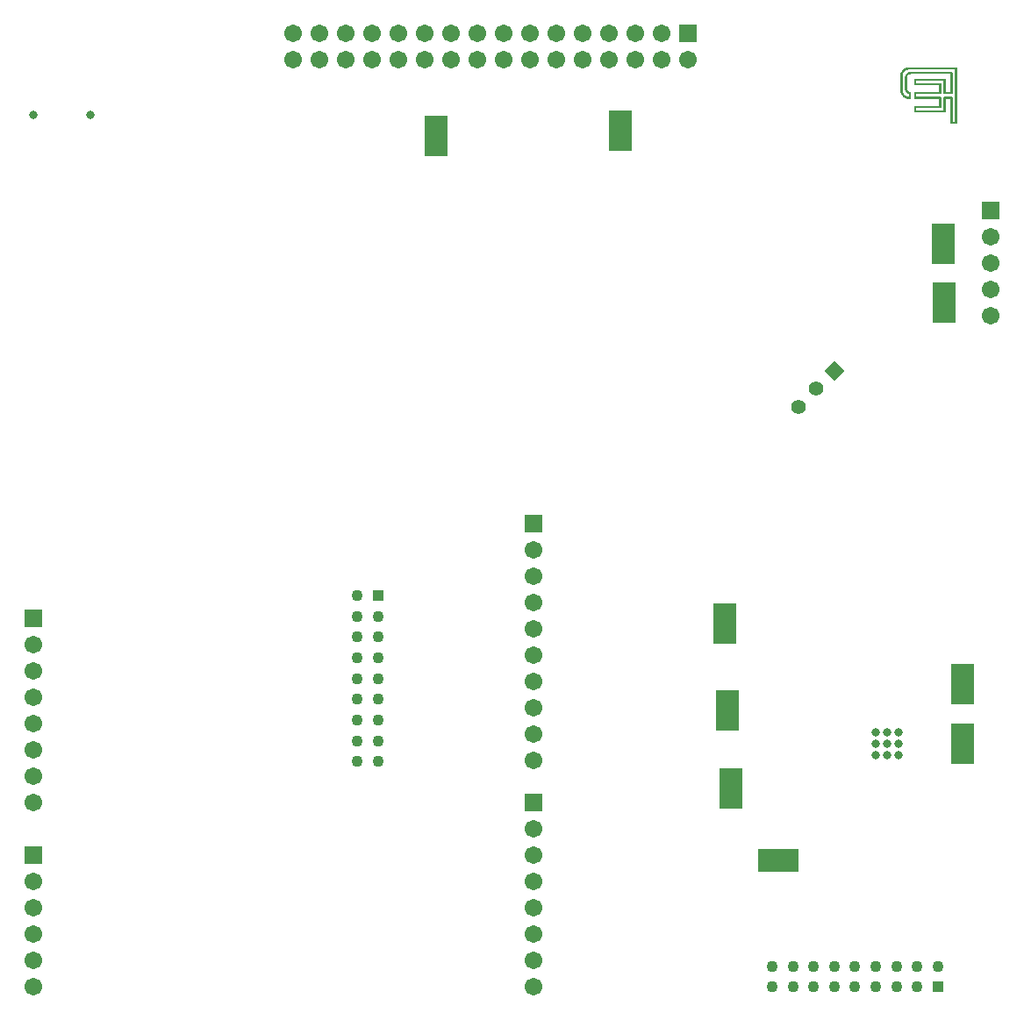
<source format=gbs>
G04*
G04 #@! TF.GenerationSoftware,Altium Limited,Altium Designer,19.1.6 (110)*
G04*
G04 Layer_Color=16711935*
%FSLAX25Y25*%
%MOIN*%
G70*
G01*
G75*
%ADD55R,0.08792X0.15761*%
%ADD60C,0.06706*%
%ADD61R,0.06706X0.06706*%
%ADD62R,0.04343X0.04343*%
%ADD63C,0.04343*%
%ADD64R,0.04343X0.04343*%
%ADD65P,0.07813X4X90.0*%
%ADD66C,0.05524*%
%ADD67R,0.06706X0.06706*%
%ADD68C,0.03162*%
%ADD69C,0.03200*%
%ADD86C,0.00056*%
%ADD87R,0.15761X0.08792*%
D55*
X54500Y-29000D02*
D03*
X124500Y-27000D02*
D03*
X247000Y-70000D02*
D03*
X247500Y-92500D02*
D03*
X164000Y-214500D02*
D03*
X165000Y-247500D02*
D03*
X166500Y-277000D02*
D03*
X254500Y-237500D02*
D03*
Y-260000D02*
D03*
D60*
X91299Y-196500D02*
D03*
Y-266500D02*
D03*
Y-256500D02*
D03*
Y-246500D02*
D03*
Y-236500D02*
D03*
Y-226500D02*
D03*
Y-216500D02*
D03*
Y-206500D02*
D03*
Y-186500D02*
D03*
Y-292500D02*
D03*
Y-302500D02*
D03*
Y-312500D02*
D03*
Y-322500D02*
D03*
Y-332500D02*
D03*
Y-342500D02*
D03*
Y-352500D02*
D03*
X-98701Y-222500D02*
D03*
Y-232500D02*
D03*
Y-242500D02*
D03*
Y-252500D02*
D03*
Y-262500D02*
D03*
Y-272500D02*
D03*
Y-282500D02*
D03*
Y-312500D02*
D03*
Y-322500D02*
D03*
Y-332500D02*
D03*
Y-342500D02*
D03*
Y-352500D02*
D03*
X265000Y-97500D02*
D03*
Y-87500D02*
D03*
Y-77500D02*
D03*
Y-67500D02*
D03*
X150000Y-0D02*
D03*
X140000Y10000D02*
D03*
Y-0D02*
D03*
X130000Y10000D02*
D03*
Y-0D02*
D03*
X120000Y10000D02*
D03*
Y0D02*
D03*
X110000Y10000D02*
D03*
Y-0D02*
D03*
X100000Y10000D02*
D03*
Y-0D02*
D03*
X90000Y10000D02*
D03*
Y0D02*
D03*
X80000Y10000D02*
D03*
X80000Y-0D02*
D03*
X70000Y10000D02*
D03*
Y-0D02*
D03*
X60000Y10000D02*
D03*
Y-0D02*
D03*
X50000Y10000D02*
D03*
Y-0D02*
D03*
X40000Y10000D02*
D03*
X40000Y0D02*
D03*
X30000Y10000D02*
D03*
X30000Y0D02*
D03*
X20000Y10000D02*
D03*
Y-0D02*
D03*
X10000Y10000D02*
D03*
Y-0D02*
D03*
X0Y10000D02*
D03*
Y0D02*
D03*
D61*
X91299Y-176500D02*
D03*
Y-282500D02*
D03*
X-98701Y-212500D02*
D03*
Y-302500D02*
D03*
X265000Y-57500D02*
D03*
D62*
X245000Y-352500D02*
D03*
D63*
X237126D02*
D03*
X229252D02*
D03*
X221378D02*
D03*
X213504D02*
D03*
X205630D02*
D03*
X197756D02*
D03*
X189882D02*
D03*
X182008D02*
D03*
X245000Y-344626D02*
D03*
X237126D02*
D03*
X229252D02*
D03*
X221378D02*
D03*
X213504D02*
D03*
X205630D02*
D03*
X197756D02*
D03*
X189882D02*
D03*
X182008D02*
D03*
X32205Y-211701D02*
D03*
Y-219575D02*
D03*
Y-227449D02*
D03*
Y-235323D02*
D03*
Y-243197D02*
D03*
Y-251071D02*
D03*
Y-258945D02*
D03*
Y-266819D02*
D03*
X24331Y-203827D02*
D03*
Y-211701D02*
D03*
Y-219575D02*
D03*
Y-227449D02*
D03*
Y-235323D02*
D03*
Y-243197D02*
D03*
Y-251071D02*
D03*
Y-258945D02*
D03*
Y-266819D02*
D03*
D64*
X32205Y-203827D02*
D03*
D65*
X205585Y-118415D02*
D03*
D66*
X198793Y-125207D02*
D03*
X192000Y-132000D02*
D03*
D67*
X150000Y10000D02*
D03*
D68*
X-98654Y-21000D02*
D03*
X-77000D02*
D03*
D69*
X221248Y-255630D02*
D03*
X225579D02*
D03*
X229909D02*
D03*
X221248Y-259961D02*
D03*
X225579D02*
D03*
X229909D02*
D03*
X221248Y-264291D02*
D03*
X225579D02*
D03*
X229909D02*
D03*
D86*
X233494Y-3045D02*
X251752D01*
X233272Y-3101D02*
X251863D01*
X233049Y-3156D02*
X251863D01*
X232826Y-3212D02*
X251919D01*
X232604Y-3268D02*
X251919D01*
X232492Y-3323D02*
X251919D01*
X232437Y-3379D02*
X251919D01*
X232325Y-3435D02*
X251919D01*
X232270Y-3490D02*
X251919D01*
X251418Y-3546D02*
X251919D01*
X232158D02*
X233494D01*
X251418Y-3602D02*
X251919D01*
X232047D02*
X233272D01*
X251418Y-3657D02*
X251919D01*
X231991D02*
X233049D01*
X251418Y-3713D02*
X251919D01*
X231880D02*
X232826D01*
X251418Y-3769D02*
X251919D01*
X231824D02*
X232659D01*
X251418Y-3824D02*
X251919D01*
X231769D02*
X232604D01*
X251418Y-3880D02*
X251919D01*
X231713D02*
X232492D01*
X251418Y-3936D02*
X251919D01*
X231657D02*
X232381D01*
X251418Y-3991D02*
X251919D01*
X231602D02*
X232325D01*
X251418Y-4047D02*
X251919D01*
X231546D02*
X232214D01*
X251418Y-4103D02*
X251919D01*
X231490D02*
X232158D01*
X251418Y-4158D02*
X251919D01*
X231435D02*
X232103D01*
X251418Y-4214D02*
X251919D01*
X231379D02*
X232047D01*
X251418Y-4270D02*
X251919D01*
X231379D02*
X231991D01*
X251418Y-4325D02*
X251919D01*
X231323D02*
X231936D01*
X251418Y-4381D02*
X251919D01*
X231323D02*
X231880D01*
X251418Y-4437D02*
X251919D01*
X231268D02*
X231824D01*
X251418Y-4492D02*
X251919D01*
X231212D02*
X231769D01*
X251418Y-4548D02*
X251919D01*
X231212D02*
X231713D01*
X251418Y-4604D02*
X251919D01*
X231156D02*
X231713D01*
X251418Y-4659D02*
X251919D01*
X231156D02*
X231657D01*
X251418Y-4715D02*
X251919D01*
X231101D02*
X231657D01*
X251418Y-4771D02*
X251919D01*
X234274D02*
X250026D01*
X231101D02*
X231602D01*
X251418Y-4826D02*
X251919D01*
X233995D02*
X250137D01*
X231045D02*
X231546D01*
X251418Y-4882D02*
X251919D01*
X233773D02*
X250137D01*
X231045D02*
X231546D01*
X251418Y-4938D02*
X251919D01*
X233661D02*
X250193D01*
X230989D02*
X231490D01*
X251418Y-4993D02*
X251919D01*
X233606D02*
X250193D01*
X230989D02*
X231490D01*
X251418Y-5049D02*
X251919D01*
X233494D02*
X250193D01*
X230934D02*
X231435D01*
X251418Y-5105D02*
X251919D01*
X233383D02*
X250193D01*
X230878D02*
X231435D01*
X251418Y-5160D02*
X251919D01*
X233272D02*
X250193D01*
X230878D02*
X231379D01*
X251418Y-5216D02*
X251919D01*
X233216D02*
X250193D01*
X230822D02*
X231379D01*
X251418Y-5271D02*
X251919D01*
X249692D02*
X250193D01*
X233160D02*
X234274D01*
X230822D02*
X231323D01*
X251418Y-5327D02*
X251919D01*
X249692D02*
X250193D01*
X233105D02*
X233995D01*
X230822D02*
X231323D01*
X251418Y-5383D02*
X251919D01*
X249692D02*
X250193D01*
X233049D02*
X233828D01*
X230822D02*
X231323D01*
X251418Y-5438D02*
X251919D01*
X249692D02*
X250193D01*
X232993D02*
X233717D01*
X230822D02*
X231323D01*
X251418Y-5494D02*
X251919D01*
X249692D02*
X250193D01*
X232938D02*
X233606D01*
X230767D02*
X231268D01*
X251418Y-5550D02*
X251919D01*
X249692D02*
X250193D01*
X232882D02*
X233550D01*
X230767D02*
X231268D01*
X251418Y-5605D02*
X251919D01*
X249692D02*
X250193D01*
X232826D02*
X233494D01*
X230767D02*
X231268D01*
X251418Y-5661D02*
X251919D01*
X249692D02*
X250193D01*
X232826D02*
X233439D01*
X230767D02*
X231268D01*
X251418Y-5717D02*
X251919D01*
X249692D02*
X250193D01*
X232771D02*
X233383D01*
X230767D02*
X231268D01*
X251418Y-5772D02*
X251919D01*
X249692D02*
X250193D01*
X232771D02*
X233327D01*
X230767D02*
X231268D01*
X251418Y-5828D02*
X251919D01*
X249692D02*
X250193D01*
X232715D02*
X233272D01*
X230711D02*
X231212D01*
X251418Y-5884D02*
X251919D01*
X249692D02*
X250193D01*
X232715D02*
X233216D01*
X230711D02*
X231212D01*
X251418Y-5939D02*
X251919D01*
X249692D02*
X250193D01*
X232659D02*
X233160D01*
X230711D02*
X231212D01*
X251418Y-5995D02*
X251919D01*
X249692D02*
X250193D01*
X232659D02*
X233160D01*
X230711D02*
X231212D01*
X251418Y-6051D02*
X251919D01*
X249692D02*
X250193D01*
X232604D02*
X233105D01*
X230711D02*
X231212D01*
X251418Y-6106D02*
X251919D01*
X249692D02*
X250193D01*
X232604D02*
X233105D01*
X230711D02*
X231212D01*
X251418Y-6162D02*
X251919D01*
X249692D02*
X250193D01*
X232548D02*
X233049D01*
X230711D02*
X231212D01*
X251418Y-6218D02*
X251919D01*
X249692D02*
X250193D01*
X232548D02*
X233049D01*
X230711D02*
X231212D01*
X251418Y-6273D02*
X251919D01*
X249692D02*
X250193D01*
X232492D02*
X232993D01*
X230711D02*
X231212D01*
X251418Y-6329D02*
X251919D01*
X249692D02*
X250193D01*
X232492D02*
X232993D01*
X230711D02*
X231212D01*
X251418Y-6385D02*
X251919D01*
X249692D02*
X250193D01*
X232437D02*
X232938D01*
X230711D02*
X231212D01*
X251418Y-6440D02*
X251919D01*
X249692D02*
X250193D01*
X232437D02*
X232938D01*
X230711D02*
X231212D01*
X251418Y-6496D02*
X251919D01*
X249692D02*
X250193D01*
X232437D02*
X232938D01*
X230711D02*
X231212D01*
X251418Y-6552D02*
X251919D01*
X249692D02*
X250193D01*
X232437D02*
X232938D01*
X230711D02*
X231212D01*
X251418Y-6607D02*
X251919D01*
X249692D02*
X250193D01*
X232437D02*
X232938D01*
X230711D02*
X231212D01*
X251418Y-6663D02*
X251919D01*
X249692D02*
X250193D01*
X232437D02*
X232938D01*
X230711D02*
X231212D01*
X251418Y-6719D02*
X251919D01*
X249692D02*
X250193D01*
X232437D02*
X232938D01*
X230711D02*
X231212D01*
X251418Y-6774D02*
X251919D01*
X249692D02*
X250193D01*
X232437D02*
X232938D01*
X230711D02*
X231212D01*
X251418Y-6830D02*
X251919D01*
X249692D02*
X250193D01*
X232437D02*
X232938D01*
X230711D02*
X231212D01*
X251418Y-6886D02*
X251919D01*
X249692D02*
X250193D01*
X232437D02*
X232938D01*
X230711D02*
X231212D01*
X251418Y-6941D02*
X251919D01*
X249692D02*
X250193D01*
X232437D02*
X232938D01*
X230711D02*
X231212D01*
X251418Y-6997D02*
X251919D01*
X249692D02*
X250193D01*
X232437D02*
X232938D01*
X230711D02*
X231212D01*
X251418Y-7053D02*
X251919D01*
X249692D02*
X250193D01*
X232437D02*
X232938D01*
X230711D02*
X231212D01*
X251418Y-7108D02*
X251919D01*
X249692D02*
X250193D01*
X232437D02*
X232938D01*
X230711D02*
X231212D01*
X251418Y-7164D02*
X251919D01*
X249692D02*
X250193D01*
X232437D02*
X232938D01*
X230711D02*
X231212D01*
X251418Y-7220D02*
X251919D01*
X249692D02*
X250193D01*
X232437D02*
X232938D01*
X230711D02*
X231212D01*
X251418Y-7275D02*
X251919D01*
X249692D02*
X250193D01*
X236166D02*
X247466D01*
X232437D02*
X232938D01*
X230711D02*
X231212D01*
X251418Y-7331D02*
X251919D01*
X249692D02*
X250193D01*
X236055D02*
X247577D01*
X232437D02*
X232938D01*
X230711D02*
X231212D01*
X251418Y-7387D02*
X251919D01*
X249692D02*
X250193D01*
X236055D02*
X247577D01*
X232437D02*
X232938D01*
X230711D02*
X231212D01*
X251418Y-7442D02*
X251919D01*
X249692D02*
X250193D01*
X235999D02*
X247633D01*
X232437D02*
X232938D01*
X230711D02*
X231212D01*
X251418Y-7498D02*
X251919D01*
X249692D02*
X250193D01*
X235999D02*
X247633D01*
X232437D02*
X232938D01*
X230711D02*
X231212D01*
X251418Y-7554D02*
X251919D01*
X249692D02*
X250193D01*
X235999D02*
X247633D01*
X232437D02*
X232938D01*
X230711D02*
X231212D01*
X251418Y-7609D02*
X251919D01*
X249692D02*
X250193D01*
X235999D02*
X247633D01*
X232437D02*
X232938D01*
X230711D02*
X231212D01*
X251418Y-7665D02*
X251919D01*
X249692D02*
X250193D01*
X235999D02*
X247633D01*
X232437D02*
X232938D01*
X230711D02*
X231212D01*
X251418Y-7721D02*
X251919D01*
X249692D02*
X250193D01*
X235999D02*
X247633D01*
X232437D02*
X232938D01*
X230711D02*
X231212D01*
X251418Y-7776D02*
X251919D01*
X249692D02*
X250193D01*
X247132D02*
X247633D01*
X235999D02*
X236500D01*
X232437D02*
X232938D01*
X230711D02*
X231212D01*
X251418Y-7832D02*
X251919D01*
X249692D02*
X250193D01*
X247132D02*
X247633D01*
X235999D02*
X236500D01*
X232437D02*
X232938D01*
X230711D02*
X231212D01*
X251418Y-7888D02*
X251919D01*
X249692D02*
X250193D01*
X247132D02*
X247633D01*
X235999D02*
X236500D01*
X232437D02*
X232938D01*
X230711D02*
X231212D01*
X251418Y-7943D02*
X251919D01*
X249692D02*
X250193D01*
X247132D02*
X247633D01*
X235999D02*
X236500D01*
X232437D02*
X232938D01*
X230711D02*
X231212D01*
X251418Y-7999D02*
X251919D01*
X249692D02*
X250193D01*
X247132D02*
X247633D01*
X235999D02*
X236500D01*
X232437D02*
X232938D01*
X230711D02*
X231212D01*
X251418Y-8055D02*
X251919D01*
X249692D02*
X250193D01*
X247132D02*
X247633D01*
X235999D02*
X236500D01*
X232437D02*
X232938D01*
X230711D02*
X231212D01*
X251418Y-8110D02*
X251919D01*
X249692D02*
X250193D01*
X247132D02*
X247633D01*
X235999D02*
X236500D01*
X232437D02*
X232938D01*
X230711D02*
X231212D01*
X251418Y-8166D02*
X251919D01*
X249692D02*
X250193D01*
X247132D02*
X247633D01*
X235999D02*
X236500D01*
X232437D02*
X232938D01*
X230711D02*
X231212D01*
X251418Y-8222D02*
X251919D01*
X249692D02*
X250193D01*
X247132D02*
X247633D01*
X235999D02*
X236500D01*
X232437D02*
X232938D01*
X230711D02*
X231212D01*
X251418Y-8277D02*
X251919D01*
X249692D02*
X250193D01*
X247132D02*
X247633D01*
X235999D02*
X236500D01*
X232437D02*
X232938D01*
X230711D02*
X231212D01*
X251418Y-8333D02*
X251919D01*
X249692D02*
X250193D01*
X247132D02*
X247633D01*
X235999D02*
X236500D01*
X232437D02*
X232938D01*
X230711D02*
X231212D01*
X251418Y-8389D02*
X251919D01*
X249692D02*
X250193D01*
X247132D02*
X247633D01*
X235999D02*
X236500D01*
X232437D02*
X232938D01*
X230711D02*
X231212D01*
X251418Y-8444D02*
X251919D01*
X249692D02*
X250193D01*
X247132D02*
X247633D01*
X235999D02*
X236500D01*
X232437D02*
X232938D01*
X230711D02*
X231212D01*
X251418Y-8500D02*
X251919D01*
X249692D02*
X250193D01*
X247132D02*
X247633D01*
X235999D02*
X236500D01*
X232437D02*
X232938D01*
X230711D02*
X231212D01*
X251418Y-8556D02*
X251919D01*
X249692D02*
X250193D01*
X247132D02*
X247633D01*
X235999D02*
X236500D01*
X232437D02*
X232938D01*
X230711D02*
X231212D01*
X251418Y-8611D02*
X251919D01*
X249692D02*
X250193D01*
X247132D02*
X247633D01*
X235999D02*
X236500D01*
X232437D02*
X232938D01*
X230711D02*
X231212D01*
X251418Y-8667D02*
X251919D01*
X249692D02*
X250193D01*
X247132D02*
X247633D01*
X235999D02*
X236500D01*
X232437D02*
X232938D01*
X230711D02*
X231212D01*
X251418Y-8723D02*
X251919D01*
X249692D02*
X250193D01*
X247132D02*
X247633D01*
X235999D02*
X236500D01*
X232437D02*
X232938D01*
X230711D02*
X231212D01*
X251418Y-8778D02*
X251919D01*
X249692D02*
X250193D01*
X247132D02*
X247633D01*
X235999D02*
X236500D01*
X232437D02*
X232938D01*
X230711D02*
X231212D01*
X251418Y-8834D02*
X251919D01*
X249692D02*
X250193D01*
X247132D02*
X247633D01*
X235999D02*
X236500D01*
X232437D02*
X232938D01*
X230711D02*
X231212D01*
X251418Y-8890D02*
X251919D01*
X249692D02*
X250193D01*
X247132D02*
X247633D01*
X235999D02*
X236500D01*
X232437D02*
X232938D01*
X230711D02*
X231212D01*
X251418Y-8945D02*
X251919D01*
X249692D02*
X250193D01*
X247132D02*
X247633D01*
X235999D02*
X236500D01*
X232437D02*
X232938D01*
X230711D02*
X231212D01*
X251418Y-9001D02*
X251919D01*
X249692D02*
X250193D01*
X247132D02*
X247633D01*
X235999D02*
X245740D01*
X232437D02*
X232938D01*
X230711D02*
X231212D01*
X251418Y-9057D02*
X251919D01*
X249692D02*
X250193D01*
X247132D02*
X247633D01*
X235999D02*
X245851D01*
X232437D02*
X232938D01*
X230711D02*
X231212D01*
X251418Y-9112D02*
X251919D01*
X249692D02*
X250193D01*
X247132D02*
X247633D01*
X235999D02*
X245851D01*
X232437D02*
X232938D01*
X230711D02*
X231212D01*
X251418Y-9168D02*
X251919D01*
X249692D02*
X250193D01*
X247132D02*
X247633D01*
X235999D02*
X245907D01*
X232437D02*
X232938D01*
X230711D02*
X231212D01*
X251418Y-9224D02*
X251919D01*
X249692D02*
X250193D01*
X247132D02*
X247633D01*
X235999D02*
X245907D01*
X232437D02*
X232938D01*
X230711D02*
X231212D01*
X251418Y-9279D02*
X251919D01*
X249692D02*
X250193D01*
X247132D02*
X247633D01*
X235999D02*
X245907D01*
X232437D02*
X232938D01*
X230711D02*
X231212D01*
X251418Y-9335D02*
X251919D01*
X249692D02*
X250193D01*
X247132D02*
X247633D01*
X236055D02*
X245907D01*
X232437D02*
X232938D01*
X230711D02*
X231212D01*
X251418Y-9391D02*
X251919D01*
X249692D02*
X250193D01*
X247132D02*
X247633D01*
X236055D02*
X245907D01*
X232437D02*
X232938D01*
X230711D02*
X231212D01*
X251418Y-9446D02*
X251919D01*
X249692D02*
X250193D01*
X247132D02*
X247633D01*
X236166D02*
X245907D01*
X232437D02*
X232938D01*
X230711D02*
X231212D01*
X251418Y-9502D02*
X251919D01*
X249692D02*
X250193D01*
X247132D02*
X247633D01*
X245406D02*
X245907D01*
X232437D02*
X232938D01*
X230711D02*
X231212D01*
X251418Y-9558D02*
X251919D01*
X249692D02*
X250193D01*
X247132D02*
X247633D01*
X245406D02*
X245907D01*
X232437D02*
X232938D01*
X230711D02*
X231212D01*
X251418Y-9613D02*
X251919D01*
X249692D02*
X250193D01*
X247132D02*
X247633D01*
X245406D02*
X245907D01*
X232437D02*
X232938D01*
X230711D02*
X231212D01*
X251418Y-9669D02*
X251919D01*
X249692D02*
X250193D01*
X247132D02*
X247633D01*
X245406D02*
X245907D01*
X232437D02*
X232938D01*
X230711D02*
X231212D01*
X251418Y-9725D02*
X251919D01*
X249692D02*
X250193D01*
X247132D02*
X247633D01*
X245406D02*
X245907D01*
X232437D02*
X232938D01*
X230711D02*
X231212D01*
X251418Y-9780D02*
X251919D01*
X249692D02*
X250193D01*
X247132D02*
X247633D01*
X245406D02*
X245907D01*
X232437D02*
X232938D01*
X230711D02*
X231212D01*
X251418Y-9836D02*
X251919D01*
X249692D02*
X250193D01*
X247132D02*
X247633D01*
X245406D02*
X245907D01*
X232437D02*
X232938D01*
X230711D02*
X231212D01*
X251418Y-9891D02*
X251919D01*
X249692D02*
X250193D01*
X247132D02*
X247633D01*
X245406D02*
X245907D01*
X232437D02*
X232938D01*
X230711D02*
X231212D01*
X251418Y-9947D02*
X251919D01*
X249692D02*
X250193D01*
X247132D02*
X247633D01*
X245406D02*
X245907D01*
X232437D02*
X232938D01*
X230711D02*
X231212D01*
X251418Y-10003D02*
X251919D01*
X249692D02*
X250193D01*
X247132D02*
X247633D01*
X245406D02*
X245907D01*
X232437D02*
X232938D01*
X230711D02*
X231212D01*
X251418Y-10058D02*
X251919D01*
X249692D02*
X250193D01*
X247132D02*
X247633D01*
X245406D02*
X245907D01*
X232437D02*
X232938D01*
X230711D02*
X231212D01*
X251418Y-10114D02*
X251919D01*
X249692D02*
X250193D01*
X247132D02*
X247633D01*
X245406D02*
X245907D01*
X232437D02*
X232938D01*
X230711D02*
X231212D01*
X251418Y-10170D02*
X251919D01*
X249692D02*
X250193D01*
X247132D02*
X247633D01*
X245406D02*
X245907D01*
X232437D02*
X232938D01*
X230711D02*
X231212D01*
X251418Y-10225D02*
X251919D01*
X249692D02*
X250193D01*
X247132D02*
X247633D01*
X245406D02*
X245907D01*
X232437D02*
X232938D01*
X230711D02*
X231212D01*
X251418Y-10281D02*
X251919D01*
X249692D02*
X250193D01*
X247132D02*
X247633D01*
X245406D02*
X245907D01*
X232437D02*
X232938D01*
X230711D02*
X231212D01*
X251418Y-10337D02*
X251919D01*
X249692D02*
X250193D01*
X247132D02*
X247633D01*
X245406D02*
X245907D01*
X232437D02*
X232938D01*
X230711D02*
X231212D01*
X251418Y-10392D02*
X251919D01*
X249692D02*
X250193D01*
X247132D02*
X247633D01*
X245406D02*
X245907D01*
X232437D02*
X232938D01*
X230711D02*
X231212D01*
X251418Y-10448D02*
X251919D01*
X249692D02*
X250193D01*
X247132D02*
X247633D01*
X245406D02*
X245907D01*
X232437D02*
X232938D01*
X230711D02*
X231212D01*
X251418Y-10504D02*
X251919D01*
X249692D02*
X250193D01*
X247132D02*
X247633D01*
X245406D02*
X245907D01*
X232437D02*
X232938D01*
X230711D02*
X231212D01*
X251418Y-10559D02*
X251919D01*
X249692D02*
X250193D01*
X247132D02*
X247633D01*
X245406D02*
X245907D01*
X232437D02*
X232938D01*
X230711D02*
X231212D01*
X251418Y-10615D02*
X251919D01*
X249692D02*
X250193D01*
X247132D02*
X247633D01*
X245406D02*
X245907D01*
X232437D02*
X232938D01*
X230711D02*
X231212D01*
X251418Y-10671D02*
X251919D01*
X249692D02*
X250193D01*
X247132D02*
X247633D01*
X245406D02*
X245907D01*
X232437D02*
X232938D01*
X230711D02*
X231212D01*
X251418Y-10726D02*
X251919D01*
X249692D02*
X250193D01*
X247132D02*
X247633D01*
X245406D02*
X245907D01*
X232437D02*
X232938D01*
X230711D02*
X231212D01*
X251418Y-10782D02*
X251919D01*
X249692D02*
X250193D01*
X247132D02*
X247633D01*
X245406D02*
X245907D01*
X232437D02*
X232938D01*
X230711D02*
X231212D01*
X251418Y-10838D02*
X251919D01*
X249692D02*
X250193D01*
X247132D02*
X247633D01*
X245406D02*
X245907D01*
X232437D02*
X232938D01*
X230711D02*
X231212D01*
X251418Y-10893D02*
X251919D01*
X249692D02*
X250193D01*
X247132D02*
X247633D01*
X245406D02*
X245907D01*
X232437D02*
X232938D01*
X230711D02*
X231212D01*
X251418Y-10949D02*
X251919D01*
X249692D02*
X250193D01*
X247132D02*
X247633D01*
X245406D02*
X245907D01*
X232437D02*
X232938D01*
X230711D02*
X231212D01*
X251418Y-11005D02*
X251919D01*
X249692D02*
X250193D01*
X247132D02*
X247633D01*
X245406D02*
X245907D01*
X232437D02*
X232938D01*
X230711D02*
X231212D01*
X251418Y-11060D02*
X251919D01*
X249692D02*
X250193D01*
X247132D02*
X247633D01*
X245406D02*
X245907D01*
X232437D02*
X232938D01*
X230711D02*
X231212D01*
X251418Y-11116D02*
X251919D01*
X249692D02*
X250193D01*
X247132D02*
X247633D01*
X245406D02*
X245907D01*
X232437D02*
X232938D01*
X230711D02*
X231212D01*
X251418Y-11172D02*
X251919D01*
X249692D02*
X250193D01*
X247132D02*
X247633D01*
X245406D02*
X245907D01*
X232437D02*
X232938D01*
X230711D02*
X231212D01*
X251418Y-11227D02*
X251919D01*
X249692D02*
X250193D01*
X247132D02*
X247633D01*
X245406D02*
X245907D01*
X232437D02*
X232938D01*
X230711D02*
X231212D01*
X251418Y-11283D02*
X251919D01*
X249692D02*
X250193D01*
X247132D02*
X247633D01*
X245406D02*
X245907D01*
X232437D02*
X232938D01*
X230711D02*
X231212D01*
X251418Y-11339D02*
X251919D01*
X249692D02*
X250193D01*
X247132D02*
X247633D01*
X245406D02*
X245907D01*
X232437D02*
X232938D01*
X230711D02*
X231212D01*
X251418Y-11394D02*
X251919D01*
X249692D02*
X250193D01*
X247132D02*
X247633D01*
X245406D02*
X245907D01*
X232437D02*
X232938D01*
X230711D02*
X231212D01*
X251418Y-11450D02*
X251919D01*
X249692D02*
X250193D01*
X247132D02*
X247633D01*
X245406D02*
X245907D01*
X232492D02*
X232993D01*
X230711D02*
X231212D01*
X251418Y-11506D02*
X251919D01*
X249692D02*
X250193D01*
X247132D02*
X247633D01*
X245406D02*
X245907D01*
X232492D02*
X232993D01*
X230711D02*
X231212D01*
X251418Y-11561D02*
X251919D01*
X249692D02*
X250193D01*
X247132D02*
X247633D01*
X245406D02*
X245907D01*
X232548D02*
X233049D01*
X230711D02*
X231212D01*
X251418Y-11617D02*
X251919D01*
X249692D02*
X250193D01*
X247132D02*
X247633D01*
X245406D02*
X245907D01*
X232548D02*
X233049D01*
X230711D02*
X231212D01*
X251418Y-11673D02*
X251919D01*
X249692D02*
X250193D01*
X247132D02*
X247633D01*
X245406D02*
X245907D01*
X232604D02*
X233105D01*
X230711D02*
X231212D01*
X251418Y-11728D02*
X251919D01*
X249692D02*
X250193D01*
X247132D02*
X247633D01*
X245406D02*
X245907D01*
X232604D02*
X233105D01*
X230711D02*
X231212D01*
X251418Y-11784D02*
X251919D01*
X249692D02*
X250193D01*
X247132D02*
X247633D01*
X245406D02*
X245907D01*
X232659D02*
X233160D01*
X230711D02*
X231212D01*
X251418Y-11840D02*
X251919D01*
X249692D02*
X250193D01*
X247132D02*
X247633D01*
X245406D02*
X245907D01*
X232659D02*
X233160D01*
X230767D02*
X231268D01*
X251418Y-11895D02*
X251919D01*
X249692D02*
X250193D01*
X247132D02*
X247633D01*
X245406D02*
X245907D01*
X232715D02*
X233216D01*
X230767D02*
X231268D01*
X251418Y-11951D02*
X251919D01*
X249692D02*
X250193D01*
X247132D02*
X247633D01*
X245406D02*
X245907D01*
X232715D02*
X233272D01*
X230767D02*
X231268D01*
X251418Y-12007D02*
X251919D01*
X249692D02*
X250193D01*
X247132D02*
X247633D01*
X245406D02*
X245907D01*
X232771D02*
X233327D01*
X230767D02*
X231268D01*
X251418Y-12062D02*
X251919D01*
X249692D02*
X250193D01*
X247132D02*
X247633D01*
X245406D02*
X245907D01*
X232771D02*
X233383D01*
X230767D02*
X231268D01*
X251418Y-12118D02*
X251919D01*
X249692D02*
X250193D01*
X247132D02*
X247633D01*
X245406D02*
X245907D01*
X232826D02*
X233439D01*
X230767D02*
X231268D01*
X251418Y-12174D02*
X251919D01*
X249692D02*
X250193D01*
X247132D02*
X247633D01*
X245406D02*
X245907D01*
X232826D02*
X233494D01*
X230767D02*
X231268D01*
X251418Y-12229D02*
X251919D01*
X249692D02*
X250193D01*
X247132D02*
X247633D01*
X245406D02*
X245907D01*
X232882D02*
X233606D01*
X230767D02*
X231268D01*
X251418Y-12285D02*
X251919D01*
X249692D02*
X250193D01*
X247132D02*
X247633D01*
X245406D02*
X245907D01*
X232938D02*
X233717D01*
X230822D02*
X231323D01*
X251418Y-12341D02*
X251919D01*
X249692D02*
X250193D01*
X247132D02*
X247633D01*
X245406D02*
X245907D01*
X232993D02*
X233828D01*
X230822D02*
X231323D01*
X251418Y-12396D02*
X251919D01*
X249692D02*
X250193D01*
X247132D02*
X247633D01*
X245406D02*
X245907D01*
X233049D02*
X233940D01*
X230822D02*
X231323D01*
X251418Y-12452D02*
X251919D01*
X247132D02*
X250193D01*
X236166D02*
X245907D01*
X233105D02*
X234051D01*
X230822D02*
X231323D01*
X251418Y-12508D02*
X251919D01*
X247132D02*
X250193D01*
X236055D02*
X245907D01*
X233160D02*
X234218D01*
X230822D02*
X231323D01*
X251418Y-12563D02*
X251919D01*
X247132D02*
X250193D01*
X236055D02*
X245907D01*
X233272D02*
X234329D01*
X230822D02*
X231379D01*
X251418Y-12619D02*
X251919D01*
X247132D02*
X250193D01*
X235999D02*
X245907D01*
X233383D02*
X234329D01*
X230878D02*
X231379D01*
X251418Y-12675D02*
X251919D01*
X247132D02*
X250193D01*
X235999D02*
X245907D01*
X233494D02*
X234385D01*
X230878D02*
X231435D01*
X251418Y-12730D02*
X251919D01*
X247132D02*
X250193D01*
X235999D02*
X245907D01*
X233606D02*
X234385D01*
X230934D02*
X231435D01*
X251418Y-12786D02*
X251919D01*
X247187D02*
X250137D01*
X235999D02*
X245851D01*
X233717D02*
X234385D01*
X230989D02*
X231490D01*
X251418Y-12842D02*
X251919D01*
X247187D02*
X250137D01*
X235999D02*
X245851D01*
X233828D02*
X234385D01*
X230989D02*
X231490D01*
X251418Y-12897D02*
X251919D01*
X247299D02*
X250026D01*
X235999D02*
X245740D01*
X233884D02*
X234385D01*
X231045D02*
X231546D01*
X251418Y-12953D02*
X251919D01*
X235999D02*
X236500D01*
X233884D02*
X234385D01*
X231045D02*
X231602D01*
X251418Y-13009D02*
X251919D01*
X235999D02*
X236500D01*
X233884D02*
X234385D01*
X231101D02*
X231602D01*
X251418Y-13064D02*
X251919D01*
X235999D02*
X236500D01*
X233884D02*
X234385D01*
X231101D02*
X231657D01*
X251418Y-13120D02*
X251919D01*
X235999D02*
X236500D01*
X233884D02*
X234385D01*
X231156D02*
X231713D01*
X251418Y-13176D02*
X251919D01*
X235999D02*
X236500D01*
X233884D02*
X234385D01*
X231156D02*
X231769D01*
X251418Y-13231D02*
X251919D01*
X235999D02*
X236500D01*
X233884D02*
X234385D01*
X231212D02*
X231824D01*
X251418Y-13287D02*
X251919D01*
X235999D02*
X236500D01*
X233884D02*
X234385D01*
X231268D02*
X231880D01*
X251418Y-13343D02*
X251919D01*
X235999D02*
X236500D01*
X233884D02*
X234385D01*
X231268D02*
X231880D01*
X251418Y-13398D02*
X251919D01*
X235999D02*
X236500D01*
X233884D02*
X234385D01*
X231323D02*
X231936D01*
X251418Y-13454D02*
X251919D01*
X235999D02*
X236500D01*
X233884D02*
X234385D01*
X231379D02*
X231991D01*
X251418Y-13510D02*
X251919D01*
X235999D02*
X236500D01*
X233884D02*
X234385D01*
X231435D02*
X232047D01*
X251418Y-13565D02*
X251919D01*
X235999D02*
X236500D01*
X233884D02*
X234385D01*
X231490D02*
X232103D01*
X251418Y-13621D02*
X251919D01*
X235999D02*
X236500D01*
X233884D02*
X234385D01*
X231546D02*
X232158D01*
X251418Y-13677D02*
X251919D01*
X235999D02*
X236500D01*
X233884D02*
X234385D01*
X231546D02*
X232214D01*
X251418Y-13732D02*
X251919D01*
X235999D02*
X236500D01*
X233884D02*
X234385D01*
X231602D02*
X232270D01*
X251418Y-13788D02*
X251919D01*
X235999D02*
X236500D01*
X233884D02*
X234385D01*
X231657D02*
X232381D01*
X251418Y-13844D02*
X251919D01*
X235999D02*
X236500D01*
X233884D02*
X234385D01*
X231713D02*
X232437D01*
X251418Y-13899D02*
X251919D01*
X235999D02*
X236500D01*
X233884D02*
X234385D01*
X231769D02*
X232548D01*
X251418Y-13955D02*
X251919D01*
X235999D02*
X236500D01*
X233884D02*
X234385D01*
X231824D02*
X232604D01*
X251418Y-14011D02*
X251919D01*
X235999D02*
X236500D01*
X233884D02*
X234385D01*
X231880D02*
X232771D01*
X251418Y-14066D02*
X251919D01*
X235999D02*
X236500D01*
X233884D02*
X234385D01*
X231936D02*
X232938D01*
X251418Y-14122D02*
X251919D01*
X235999D02*
X236500D01*
X233884D02*
X234385D01*
X232047D02*
X233105D01*
X251418Y-14178D02*
X251919D01*
X235999D02*
X236500D01*
X233884D02*
X234385D01*
X232103D02*
X233272D01*
X251418Y-14233D02*
X251919D01*
X247243D02*
X250026D01*
X235999D02*
X245740D01*
X233884D02*
X234385D01*
X232214D02*
X233773D01*
X251418Y-14289D02*
X251919D01*
X247132D02*
X250137D01*
X235999D02*
X245851D01*
X232270D02*
X234385D01*
X251418Y-14345D02*
X251919D01*
X247132D02*
X250137D01*
X235999D02*
X245851D01*
X232325D02*
X234385D01*
X251418Y-14400D02*
X251919D01*
X247076D02*
X250193D01*
X235999D02*
X245907D01*
X232437D02*
X234385D01*
X251418Y-14456D02*
X251919D01*
X247076D02*
X250193D01*
X235999D02*
X245907D01*
X232604D02*
X234385D01*
X251418Y-14511D02*
X251919D01*
X247076D02*
X250193D01*
X235999D02*
X245907D01*
X232771D02*
X234385D01*
X251418Y-14567D02*
X251919D01*
X247132D02*
X250193D01*
X236055D02*
X245907D01*
X232938D02*
X234385D01*
X251418Y-14623D02*
X251919D01*
X247132D02*
X250193D01*
X236055D02*
X245907D01*
X233105D02*
X234329D01*
X251418Y-14678D02*
X251919D01*
X247132D02*
X250193D01*
X236166D02*
X245907D01*
X233272D02*
X234329D01*
X251418Y-14734D02*
X251919D01*
X249692D02*
X250193D01*
X247132D02*
X247633D01*
X245406D02*
X245907D01*
X233773D02*
X234218D01*
X251418Y-14790D02*
X251919D01*
X249692D02*
X250193D01*
X247132D02*
X247633D01*
X245406D02*
X245907D01*
X251418Y-14845D02*
X251919D01*
X249692D02*
X250193D01*
X247132D02*
X247633D01*
X245406D02*
X245907D01*
X251418Y-14901D02*
X251919D01*
X249692D02*
X250193D01*
X247132D02*
X247633D01*
X245406D02*
X245907D01*
X251418Y-14957D02*
X251919D01*
X249692D02*
X250193D01*
X247132D02*
X247633D01*
X245406D02*
X245907D01*
X251418Y-15012D02*
X251919D01*
X249692D02*
X250193D01*
X247132D02*
X247633D01*
X245406D02*
X245907D01*
X251418Y-15068D02*
X251919D01*
X249692D02*
X250193D01*
X247132D02*
X247633D01*
X245406D02*
X245907D01*
X251418Y-15124D02*
X251919D01*
X249692D02*
X250193D01*
X247132D02*
X247633D01*
X245406D02*
X245907D01*
X251418Y-15179D02*
X251919D01*
X249692D02*
X250193D01*
X247132D02*
X247633D01*
X245406D02*
X245907D01*
X251418Y-15235D02*
X251919D01*
X249692D02*
X250193D01*
X247132D02*
X247633D01*
X245406D02*
X245907D01*
X251418Y-15291D02*
X251919D01*
X249692D02*
X250193D01*
X247132D02*
X247633D01*
X245406D02*
X245907D01*
X251418Y-15346D02*
X251919D01*
X249692D02*
X250193D01*
X247132D02*
X247633D01*
X245406D02*
X245907D01*
X251418Y-15402D02*
X251919D01*
X249692D02*
X250193D01*
X247132D02*
X247633D01*
X245406D02*
X245907D01*
X251418Y-15458D02*
X251919D01*
X249692D02*
X250193D01*
X247132D02*
X247633D01*
X245406D02*
X245907D01*
X251418Y-15513D02*
X251919D01*
X249692D02*
X250193D01*
X247132D02*
X247633D01*
X245406D02*
X245907D01*
X251418Y-15569D02*
X251919D01*
X249692D02*
X250193D01*
X247132D02*
X247633D01*
X245406D02*
X245907D01*
X251418Y-15625D02*
X251919D01*
X249692D02*
X250193D01*
X247132D02*
X247633D01*
X245406D02*
X245907D01*
X251418Y-15680D02*
X251919D01*
X249692D02*
X250193D01*
X247132D02*
X247633D01*
X245406D02*
X245907D01*
X251418Y-15736D02*
X251919D01*
X249692D02*
X250193D01*
X247132D02*
X247633D01*
X245406D02*
X245907D01*
X251418Y-15792D02*
X251919D01*
X249692D02*
X250193D01*
X247132D02*
X247633D01*
X245406D02*
X245907D01*
X251418Y-15847D02*
X251919D01*
X249692D02*
X250193D01*
X247132D02*
X247633D01*
X245406D02*
X245907D01*
X251418Y-15903D02*
X251919D01*
X249692D02*
X250193D01*
X247132D02*
X247633D01*
X245406D02*
X245907D01*
X251418Y-15959D02*
X251919D01*
X249692D02*
X250193D01*
X247132D02*
X247633D01*
X245406D02*
X245907D01*
X251418Y-16014D02*
X251919D01*
X249692D02*
X250193D01*
X247132D02*
X247633D01*
X245406D02*
X245907D01*
X251418Y-16070D02*
X251919D01*
X249692D02*
X250193D01*
X247132D02*
X247633D01*
X245406D02*
X245907D01*
X251418Y-16126D02*
X251919D01*
X249692D02*
X250193D01*
X247132D02*
X247633D01*
X245406D02*
X245907D01*
X251418Y-16181D02*
X251919D01*
X249692D02*
X250193D01*
X247132D02*
X247633D01*
X245406D02*
X245907D01*
X251418Y-16237D02*
X251919D01*
X249692D02*
X250193D01*
X247132D02*
X247633D01*
X245406D02*
X245907D01*
X251418Y-16293D02*
X251919D01*
X249692D02*
X250193D01*
X247132D02*
X247633D01*
X245406D02*
X245907D01*
X251418Y-16348D02*
X251919D01*
X249692D02*
X250193D01*
X247132D02*
X247633D01*
X245406D02*
X245907D01*
X251418Y-16404D02*
X251919D01*
X249692D02*
X250193D01*
X247132D02*
X247633D01*
X245406D02*
X245907D01*
X251418Y-16460D02*
X251919D01*
X249692D02*
X250193D01*
X247132D02*
X247633D01*
X245406D02*
X245907D01*
X251418Y-16515D02*
X251919D01*
X249692D02*
X250193D01*
X247132D02*
X247633D01*
X245406D02*
X245907D01*
X251418Y-16571D02*
X251919D01*
X249692D02*
X250193D01*
X247132D02*
X247633D01*
X245406D02*
X245907D01*
X251418Y-16627D02*
X251919D01*
X249692D02*
X250193D01*
X247132D02*
X247633D01*
X245406D02*
X245907D01*
X251418Y-16682D02*
X251919D01*
X249692D02*
X250193D01*
X247132D02*
X247633D01*
X245406D02*
X245907D01*
X251418Y-16738D02*
X251919D01*
X249692D02*
X250193D01*
X247132D02*
X247633D01*
X245406D02*
X245907D01*
X251418Y-16794D02*
X251919D01*
X249692D02*
X250193D01*
X247132D02*
X247633D01*
X245406D02*
X245907D01*
X251418Y-16849D02*
X251919D01*
X249692D02*
X250193D01*
X247132D02*
X247633D01*
X245406D02*
X245907D01*
X251418Y-16905D02*
X251919D01*
X249692D02*
X250193D01*
X247132D02*
X247633D01*
X245406D02*
X245907D01*
X251418Y-16961D02*
X251919D01*
X249692D02*
X250193D01*
X247132D02*
X247633D01*
X245406D02*
X245907D01*
X251418Y-17016D02*
X251919D01*
X249692D02*
X250193D01*
X247132D02*
X247633D01*
X245406D02*
X245907D01*
X251418Y-17072D02*
X251919D01*
X249692D02*
X250193D01*
X247132D02*
X247633D01*
X245406D02*
X245907D01*
X251418Y-17128D02*
X251919D01*
X249692D02*
X250193D01*
X247132D02*
X247633D01*
X245406D02*
X245907D01*
X251418Y-17183D02*
X251919D01*
X249692D02*
X250193D01*
X247132D02*
X247633D01*
X245406D02*
X245907D01*
X251418Y-17239D02*
X251919D01*
X249692D02*
X250193D01*
X247132D02*
X247633D01*
X245406D02*
X245907D01*
X251418Y-17295D02*
X251919D01*
X249692D02*
X250193D01*
X247132D02*
X247633D01*
X245406D02*
X245907D01*
X251418Y-17350D02*
X251919D01*
X249692D02*
X250193D01*
X247132D02*
X247633D01*
X245406D02*
X245907D01*
X251418Y-17406D02*
X251919D01*
X249692D02*
X250193D01*
X247132D02*
X247633D01*
X245406D02*
X245907D01*
X251418Y-17462D02*
X251919D01*
X249692D02*
X250193D01*
X247132D02*
X247633D01*
X245406D02*
X245907D01*
X251418Y-17517D02*
X251919D01*
X249692D02*
X250193D01*
X247132D02*
X247633D01*
X245406D02*
X245907D01*
X251418Y-17573D02*
X251919D01*
X249692D02*
X250193D01*
X247132D02*
X247633D01*
X245406D02*
X245907D01*
X251418Y-17629D02*
X251919D01*
X249692D02*
X250193D01*
X247132D02*
X247633D01*
X245406D02*
X245907D01*
X251418Y-17684D02*
X251919D01*
X249692D02*
X250193D01*
X247132D02*
X247633D01*
X236166D02*
X245907D01*
X251418Y-17740D02*
X251919D01*
X249692D02*
X250193D01*
X247132D02*
X247633D01*
X236055D02*
X245907D01*
X251418Y-17796D02*
X251919D01*
X249692D02*
X250193D01*
X247132D02*
X247633D01*
X236055D02*
X245907D01*
X251418Y-17851D02*
X251919D01*
X249692D02*
X250193D01*
X247132D02*
X247633D01*
X235999D02*
X245907D01*
X251418Y-17907D02*
X251919D01*
X249692D02*
X250193D01*
X247132D02*
X247633D01*
X235999D02*
X245907D01*
X251418Y-17963D02*
X251919D01*
X249692D02*
X250193D01*
X247132D02*
X247633D01*
X235999D02*
X245907D01*
X251418Y-18018D02*
X251919D01*
X249692D02*
X250193D01*
X247132D02*
X247633D01*
X235999D02*
X245851D01*
X251418Y-18074D02*
X251919D01*
X249692D02*
X250193D01*
X247132D02*
X247633D01*
X235999D02*
X245851D01*
X251418Y-18130D02*
X251919D01*
X249692D02*
X250193D01*
X247132D02*
X247633D01*
X235999D02*
X245740D01*
X251418Y-18185D02*
X251919D01*
X249692D02*
X250193D01*
X247132D02*
X247633D01*
X235999D02*
X236500D01*
X251418Y-18241D02*
X251919D01*
X249692D02*
X250193D01*
X247132D02*
X247633D01*
X235999D02*
X236500D01*
X251418Y-18297D02*
X251919D01*
X249692D02*
X250193D01*
X247132D02*
X247633D01*
X235999D02*
X236500D01*
X251418Y-18352D02*
X251919D01*
X249692D02*
X250193D01*
X247132D02*
X247633D01*
X235999D02*
X236500D01*
X251418Y-18408D02*
X251919D01*
X249692D02*
X250193D01*
X247132D02*
X247633D01*
X235999D02*
X236500D01*
X251418Y-18464D02*
X251919D01*
X249692D02*
X250193D01*
X247132D02*
X247633D01*
X235999D02*
X236500D01*
X251418Y-18519D02*
X251919D01*
X249692D02*
X250193D01*
X247132D02*
X247633D01*
X235999D02*
X236500D01*
X251418Y-18575D02*
X251919D01*
X249692D02*
X250193D01*
X247132D02*
X247633D01*
X235999D02*
X236500D01*
X251418Y-18631D02*
X251919D01*
X249692D02*
X250193D01*
X247132D02*
X247633D01*
X235999D02*
X236500D01*
X251418Y-18686D02*
X251919D01*
X249692D02*
X250193D01*
X247132D02*
X247633D01*
X235999D02*
X236500D01*
X251418Y-18742D02*
X251919D01*
X249692D02*
X250193D01*
X247132D02*
X247633D01*
X235999D02*
X236500D01*
X251418Y-18798D02*
X251919D01*
X249692D02*
X250193D01*
X247132D02*
X247633D01*
X235999D02*
X236500D01*
X251418Y-18853D02*
X251919D01*
X249692D02*
X250193D01*
X247132D02*
X247633D01*
X235999D02*
X236500D01*
X251418Y-18909D02*
X251919D01*
X249692D02*
X250193D01*
X247132D02*
X247633D01*
X235999D02*
X236500D01*
X251418Y-18965D02*
X251919D01*
X249692D02*
X250193D01*
X247132D02*
X247633D01*
X235999D02*
X236500D01*
X251418Y-19020D02*
X251919D01*
X249692D02*
X250193D01*
X247132D02*
X247633D01*
X235999D02*
X236500D01*
X251418Y-19076D02*
X251919D01*
X249692D02*
X250193D01*
X247132D02*
X247633D01*
X235999D02*
X236500D01*
X251418Y-19131D02*
X251919D01*
X249692D02*
X250193D01*
X247132D02*
X247633D01*
X235999D02*
X236500D01*
X251418Y-19187D02*
X251919D01*
X249692D02*
X250193D01*
X247132D02*
X247633D01*
X235999D02*
X236500D01*
X251418Y-19243D02*
X251919D01*
X249692D02*
X250193D01*
X247132D02*
X247633D01*
X235999D02*
X236500D01*
X251418Y-19298D02*
X251919D01*
X249692D02*
X250193D01*
X247132D02*
X247633D01*
X235999D02*
X236500D01*
X251418Y-19354D02*
X251919D01*
X249692D02*
X250193D01*
X247132D02*
X247633D01*
X235999D02*
X236500D01*
X251418Y-19410D02*
X251919D01*
X249692D02*
X250193D01*
X235999D02*
X247633D01*
X251418Y-19465D02*
X251919D01*
X249692D02*
X250193D01*
X235999D02*
X247633D01*
X251418Y-19521D02*
X251919D01*
X249692D02*
X250193D01*
X235999D02*
X247633D01*
X251418Y-19577D02*
X251919D01*
X249692D02*
X250193D01*
X235999D02*
X247633D01*
X251418Y-19632D02*
X251919D01*
X249692D02*
X250193D01*
X235999D02*
X247633D01*
X251418Y-19688D02*
X251919D01*
X249692D02*
X250193D01*
X235999D02*
X247633D01*
X251418Y-19744D02*
X251919D01*
X249692D02*
X250193D01*
X236055D02*
X247577D01*
X251418Y-19799D02*
X251919D01*
X249692D02*
X250193D01*
X236055D02*
X247577D01*
X251418Y-19855D02*
X251919D01*
X249692D02*
X250193D01*
X236166D02*
X247466D01*
X251418Y-19911D02*
X251919D01*
X249692D02*
X250193D01*
X251418Y-19966D02*
X251919D01*
X249692D02*
X250193D01*
X251418Y-20022D02*
X251919D01*
X249692D02*
X250193D01*
X251418Y-20078D02*
X251919D01*
X249692D02*
X250193D01*
X251418Y-20133D02*
X251919D01*
X249692D02*
X250193D01*
X251418Y-20189D02*
X251919D01*
X249692D02*
X250193D01*
X251418Y-20245D02*
X251919D01*
X249692D02*
X250193D01*
X251418Y-20300D02*
X251919D01*
X249692D02*
X250193D01*
X251418Y-20356D02*
X251919D01*
X249692D02*
X250193D01*
X251418Y-20412D02*
X251919D01*
X249692D02*
X250193D01*
X251418Y-20467D02*
X251919D01*
X249692D02*
X250193D01*
X251418Y-20523D02*
X251919D01*
X249692D02*
X250193D01*
X251418Y-20579D02*
X251919D01*
X249692D02*
X250193D01*
X251418Y-20634D02*
X251919D01*
X249692D02*
X250193D01*
X251418Y-20690D02*
X251919D01*
X249692D02*
X250193D01*
X251418Y-20746D02*
X251919D01*
X249692D02*
X250193D01*
X251418Y-20801D02*
X251919D01*
X249692D02*
X250193D01*
X251418Y-20857D02*
X251919D01*
X249692D02*
X250193D01*
X251418Y-20913D02*
X251919D01*
X249692D02*
X250193D01*
X251418Y-20968D02*
X251919D01*
X249692D02*
X250193D01*
X251418Y-21024D02*
X251919D01*
X249692D02*
X250193D01*
X251418Y-21080D02*
X251919D01*
X249692D02*
X250193D01*
X251418Y-21135D02*
X251919D01*
X249692D02*
X250193D01*
X251418Y-21191D02*
X251919D01*
X249692D02*
X250193D01*
X251418Y-21247D02*
X251919D01*
X249692D02*
X250193D01*
X251418Y-21302D02*
X251919D01*
X249692D02*
X250193D01*
X251418Y-21358D02*
X251919D01*
X249692D02*
X250193D01*
X251418Y-21414D02*
X251919D01*
X249692D02*
X250193D01*
X251418Y-21469D02*
X251919D01*
X249692D02*
X250193D01*
X251418Y-21525D02*
X251919D01*
X249692D02*
X250193D01*
X251418Y-21581D02*
X251919D01*
X249692D02*
X250193D01*
X251418Y-21636D02*
X251919D01*
X249692D02*
X250193D01*
X251418Y-21692D02*
X251919D01*
X249692D02*
X250193D01*
X251418Y-21748D02*
X251919D01*
X249692D02*
X250193D01*
X251418Y-21803D02*
X251919D01*
X249692D02*
X250193D01*
X251418Y-21859D02*
X251919D01*
X249692D02*
X250193D01*
X251418Y-21915D02*
X251919D01*
X249692D02*
X250193D01*
X251418Y-21970D02*
X251919D01*
X249692D02*
X250193D01*
X251418Y-22026D02*
X251919D01*
X249692D02*
X250193D01*
X251418Y-22082D02*
X251919D01*
X249692D02*
X250193D01*
X251418Y-22137D02*
X251919D01*
X249692D02*
X250193D01*
X251418Y-22193D02*
X251919D01*
X249692D02*
X250193D01*
X251418Y-22249D02*
X251919D01*
X249692D02*
X250193D01*
X251418Y-22304D02*
X251919D01*
X249692D02*
X250193D01*
X251418Y-22360D02*
X251919D01*
X249692D02*
X250193D01*
X251418Y-22416D02*
X251919D01*
X249692D02*
X250193D01*
X251418Y-22471D02*
X251919D01*
X249692D02*
X250193D01*
X251418Y-22527D02*
X251919D01*
X249692D02*
X250193D01*
X251418Y-22583D02*
X251919D01*
X249692D02*
X250193D01*
X251418Y-22638D02*
X251919D01*
X249692D02*
X250193D01*
X251418Y-22694D02*
X251919D01*
X249692D02*
X250193D01*
X251418Y-22750D02*
X251919D01*
X249692D02*
X250193D01*
X251418Y-22805D02*
X251919D01*
X249692D02*
X250193D01*
X251418Y-22861D02*
X251919D01*
X249692D02*
X250193D01*
X251418Y-22917D02*
X251919D01*
X249692D02*
X250193D01*
X251418Y-22972D02*
X251919D01*
X249692D02*
X250193D01*
X251418Y-23028D02*
X251919D01*
X249692D02*
X250193D01*
X251418Y-23084D02*
X251919D01*
X249692D02*
X250193D01*
X251418Y-23139D02*
X251919D01*
X249692D02*
X250193D01*
X251418Y-23195D02*
X251919D01*
X249692D02*
X250193D01*
X251418Y-23251D02*
X251919D01*
X249692D02*
X250193D01*
X251418Y-23306D02*
X251919D01*
X249692D02*
X250193D01*
X251418Y-23362D02*
X251919D01*
X249692D02*
X250193D01*
X251418Y-23418D02*
X251919D01*
X249692D02*
X250193D01*
X251418Y-23473D02*
X251919D01*
X249692D02*
X250193D01*
X251418Y-23529D02*
X251919D01*
X249692D02*
X250193D01*
X251418Y-23585D02*
X251919D01*
X249692D02*
X250193D01*
X249692Y-23640D02*
X251919D01*
X249692Y-23696D02*
X251919D01*
X249692Y-23752D02*
X251919D01*
X249692Y-23807D02*
X251919D01*
X249692Y-23863D02*
X251919D01*
X249692Y-23918D02*
X251919D01*
X249748Y-23974D02*
X251863D01*
X249748Y-24030D02*
X251863D01*
X249859Y-24085D02*
X251752D01*
D87*
X184500Y-304500D02*
D03*
M02*

</source>
